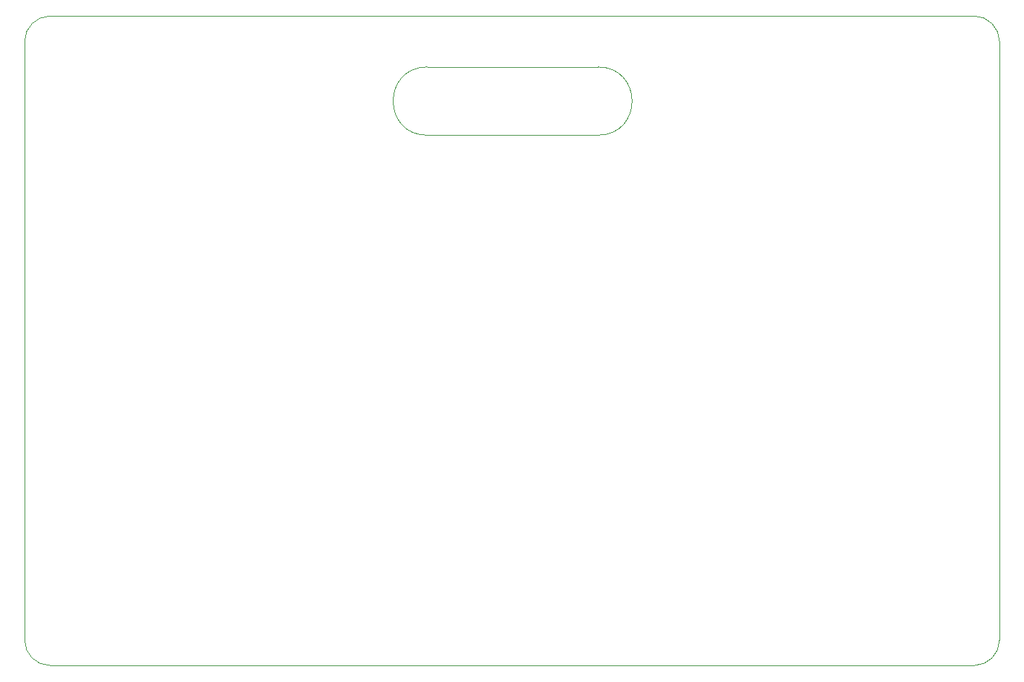
<source format=gbr>
%TF.GenerationSoftware,KiCad,Pcbnew,(5.1.10)-1*%
%TF.CreationDate,2022-09-07T22:56:21-04:00*%
%TF.ProjectId,HACK Badges,4841434b-2042-4616-9467-65732e6b6963,rev?*%
%TF.SameCoordinates,Original*%
%TF.FileFunction,Profile,NP*%
%FSLAX46Y46*%
G04 Gerber Fmt 4.6, Leading zero omitted, Abs format (unit mm)*
G04 Created by KiCad (PCBNEW (5.1.10)-1) date 2022-09-07 22:56:21*
%MOMM*%
%LPD*%
G01*
G04 APERTURE LIST*
%TA.AperFunction,Profile*%
%ADD10C,0.050000*%
%TD*%
G04 APERTURE END LIST*
D10*
X205280000Y-58420000D02*
X96980000Y-58420000D01*
X208280000Y-131620000D02*
X208280000Y-61420000D01*
X96980000Y-134620000D02*
X205280000Y-134620000D01*
X93980000Y-61420000D02*
X93980000Y-131620000D01*
X205280000Y-58420000D02*
G75*
G02*
X208280000Y-61420000I0J-3000000D01*
G01*
X208280000Y-131620000D02*
G75*
G02*
X205280000Y-134620000I-3000000J0D01*
G01*
X96980000Y-134620000D02*
G75*
G02*
X93980000Y-131620000I0J3000000D01*
G01*
X93980000Y-61420000D02*
G75*
G02*
X96980000Y-58420000I3000000J0D01*
G01*
X141200000Y-72404996D02*
G75*
G02*
X141200000Y-64395004I0J4004996D01*
G01*
X161200000Y-64400000D02*
G75*
G02*
X161200000Y-72400000I0J-4000000D01*
G01*
X161200000Y-72400000D02*
X141200000Y-72404996D01*
X141200000Y-64395004D02*
X161200000Y-64400000D01*
M02*

</source>
